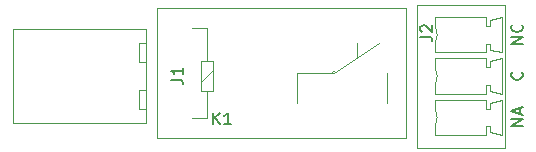
<source format=gbr>
%TF.GenerationSoftware,KiCad,Pcbnew,(6.0.2)*%
%TF.CreationDate,2022-06-29T15:51:45+02:00*%
%TF.ProjectId,ZM_31,5a4d5f33-312e-46b6-9963-61645f706362,rev?*%
%TF.SameCoordinates,Original*%
%TF.FileFunction,Legend,Top*%
%TF.FilePolarity,Positive*%
%FSLAX46Y46*%
G04 Gerber Fmt 4.6, Leading zero omitted, Abs format (unit mm)*
G04 Created by KiCad (PCBNEW (6.0.2)) date 2022-06-29 15:51:45*
%MOMM*%
%LPD*%
G01*
G04 APERTURE LIST*
%ADD10C,0.150000*%
%ADD11C,0.120000*%
G04 APERTURE END LIST*
D10*
X135702380Y-67964285D02*
X134702380Y-67964285D01*
X135702380Y-67392857D01*
X134702380Y-67392857D01*
X135416666Y-66964285D02*
X135416666Y-66488095D01*
X135702380Y-67059523D02*
X134702380Y-66726190D01*
X135702380Y-66392857D01*
X135702380Y-61035714D02*
X134702380Y-61035714D01*
X135702380Y-60464285D01*
X134702380Y-60464285D01*
X135607142Y-59416666D02*
X135654761Y-59464285D01*
X135702380Y-59607142D01*
X135702380Y-59702380D01*
X135654761Y-59845238D01*
X135559523Y-59940476D01*
X135464285Y-59988095D01*
X135273809Y-60035714D01*
X135130952Y-60035714D01*
X134940476Y-59988095D01*
X134845238Y-59940476D01*
X134750000Y-59845238D01*
X134702380Y-59702380D01*
X134702380Y-59607142D01*
X134750000Y-59464285D01*
X134797619Y-59416666D01*
X135607142Y-63440476D02*
X135654761Y-63488095D01*
X135702380Y-63630952D01*
X135702380Y-63726190D01*
X135654761Y-63869047D01*
X135559523Y-63964285D01*
X135464285Y-64011904D01*
X135273809Y-64059523D01*
X135130952Y-64059523D01*
X134940476Y-64011904D01*
X134845238Y-63964285D01*
X134750000Y-63869047D01*
X134702380Y-63726190D01*
X134702380Y-63630952D01*
X134750000Y-63488095D01*
X134797619Y-63440476D01*
%TO.C,J2*%
X127023880Y-60448433D02*
X127738166Y-60448433D01*
X127881023Y-60496052D01*
X127976261Y-60591290D01*
X128023880Y-60734147D01*
X128023880Y-60829385D01*
X127119119Y-60019861D02*
X127071500Y-59972242D01*
X127023880Y-59877004D01*
X127023880Y-59638909D01*
X127071500Y-59543671D01*
X127119119Y-59496052D01*
X127214357Y-59448433D01*
X127309595Y-59448433D01*
X127452452Y-59496052D01*
X128023880Y-60067480D01*
X128023880Y-59448433D01*
%TO.C,K1*%
X109461904Y-67852380D02*
X109461904Y-66852380D01*
X110033333Y-67852380D02*
X109604761Y-67280952D01*
X110033333Y-66852380D02*
X109461904Y-67423809D01*
X110985714Y-67852380D02*
X110414285Y-67852380D01*
X110700000Y-67852380D02*
X110700000Y-66852380D01*
X110604761Y-66995238D01*
X110509523Y-67090476D01*
X110414285Y-67138095D01*
%TO.C,J1*%
X105900180Y-64056733D02*
X106614466Y-64056733D01*
X106757323Y-64104352D01*
X106852561Y-64199590D01*
X106900180Y-64342447D01*
X106900180Y-64437685D01*
X106900180Y-63056733D02*
X106900180Y-63628161D01*
X106900180Y-63342447D02*
X105900180Y-63342447D01*
X106043038Y-63437685D01*
X106138276Y-63532923D01*
X106185895Y-63628161D01*
D11*
%TO.C,J2*%
X128282700Y-58767500D02*
X132582700Y-58767500D01*
X132932700Y-59517500D02*
X132932700Y-59017500D01*
X128282700Y-65767500D02*
X132582700Y-65767500D01*
X132582700Y-64517500D02*
X132582700Y-65267500D01*
X132582700Y-65267500D02*
X128282700Y-65267500D01*
X133932700Y-65267500D02*
X132932700Y-65017500D01*
X132582700Y-61017500D02*
X132582700Y-61767500D01*
X132582700Y-62267500D02*
X132582700Y-63017500D01*
X133932700Y-68767500D02*
X132932700Y-68517500D01*
X132932700Y-68017500D02*
X132582700Y-68017500D01*
X132582700Y-63017500D02*
X132932700Y-63017500D01*
X132932700Y-64517500D02*
X132582700Y-64517500D01*
X128282700Y-66517500D02*
X128282700Y-65767500D01*
X133932700Y-62267500D02*
X133932700Y-65267500D01*
X133932700Y-61767500D02*
X132932700Y-61517500D01*
X126747500Y-57707500D02*
X126747500Y-69827500D01*
X134217500Y-69827500D02*
X134217500Y-57707500D01*
X128282700Y-68767500D02*
X128282700Y-68017500D01*
X132582700Y-58767500D02*
X132582700Y-59517500D01*
X128282700Y-61767500D02*
X128282700Y-61017500D01*
X133932700Y-58767500D02*
X133932700Y-61767500D01*
X126747500Y-69827500D02*
X134217500Y-69827500D01*
X132932700Y-62517500D02*
X133932700Y-62267500D01*
X132932700Y-61517500D02*
X132932700Y-61017500D01*
X132582700Y-65767500D02*
X132582700Y-66517500D01*
X132932700Y-65017500D02*
X132932700Y-64517500D01*
X128282700Y-63017500D02*
X128282700Y-62267500D01*
X132582700Y-66517500D02*
X132932700Y-66517500D01*
X128282700Y-62267500D02*
X132582700Y-62267500D01*
X128282700Y-65267500D02*
X128282700Y-64517500D01*
X132932700Y-61017500D02*
X132582700Y-61017500D01*
X132932700Y-59017500D02*
X133932700Y-58767500D01*
X132932700Y-68517500D02*
X132932700Y-68017500D01*
X132932700Y-66017500D02*
X133932700Y-65767500D01*
X134217500Y-57707500D02*
X126747500Y-57707500D01*
X132582700Y-68017500D02*
X132582700Y-68767500D01*
X132932700Y-66517500D02*
X132932700Y-66017500D01*
X132582700Y-59517500D02*
X132932700Y-59517500D01*
X132582700Y-68767500D02*
X128282700Y-68767500D01*
X133932700Y-65767500D02*
X133932700Y-68767500D01*
X132932700Y-63017500D02*
X132932700Y-62517500D01*
X132582700Y-61767500D02*
X128282700Y-61767500D01*
X128282700Y-59517500D02*
X128282700Y-58767500D01*
X128282856Y-64517147D02*
G75*
G03*
X128282700Y-63017500I-1700162J749647D01*
G01*
X128282856Y-61017147D02*
G75*
G03*
X128282700Y-59517500I-1700162J749647D01*
G01*
X128282856Y-68017147D02*
G75*
G03*
X128282700Y-66517500I-1700162J749647D01*
G01*
%TO.C,K1*%
X104695000Y-68990000D02*
X104695000Y-57990000D01*
X108405000Y-64250000D02*
X109425000Y-63240000D01*
X116535000Y-63490000D02*
X119710000Y-63490000D01*
X116535000Y-66030000D02*
X116535000Y-63490000D01*
X109425000Y-62470000D02*
X109425000Y-65010000D01*
X104695000Y-68990000D02*
X125835000Y-68990000D01*
X119710000Y-63490000D02*
X123520000Y-60950000D01*
X108405000Y-62470000D02*
X108915000Y-62470000D01*
X124155000Y-66030000D02*
X124155000Y-63490000D01*
X108915000Y-67300000D02*
X108915000Y-65010000D01*
X108405000Y-65010000D02*
X108405000Y-62470000D01*
X125835000Y-68990000D02*
X125835000Y-57990000D01*
X108915000Y-59680000D02*
X107645000Y-59680000D01*
X121615000Y-60950000D02*
X121615000Y-62220000D01*
X109425000Y-65010000D02*
X108915000Y-65010000D01*
X107645000Y-67300000D02*
X108915000Y-67300000D01*
X104695000Y-57990000D02*
X125835000Y-57990000D01*
X108915000Y-65010000D02*
X108405000Y-65010000D01*
X108915000Y-62470000D02*
X108915000Y-59680000D01*
X108915000Y-62470000D02*
X109425000Y-62470000D01*
X119837000Y-63490000D02*
G75*
G03*
X119837000Y-63490000I-127000J0D01*
G01*
%TO.C,J1*%
X103195400Y-66555400D02*
X103795400Y-66555400D01*
X92568600Y-59743400D02*
X103795400Y-59775400D01*
X103195400Y-62595400D02*
X103795400Y-62595400D01*
X92568600Y-67737800D02*
X92568600Y-59743400D01*
X103795400Y-60995400D02*
X103195400Y-60995400D01*
X103795400Y-64955400D02*
X103195400Y-64955400D01*
X103795400Y-67775400D02*
X92568600Y-67737800D01*
X103195400Y-60995400D02*
X103195400Y-62595400D01*
X103195400Y-64955400D02*
X103195400Y-66555400D01*
X103795400Y-59775400D02*
X103795400Y-67775400D01*
%TD*%
M02*

</source>
